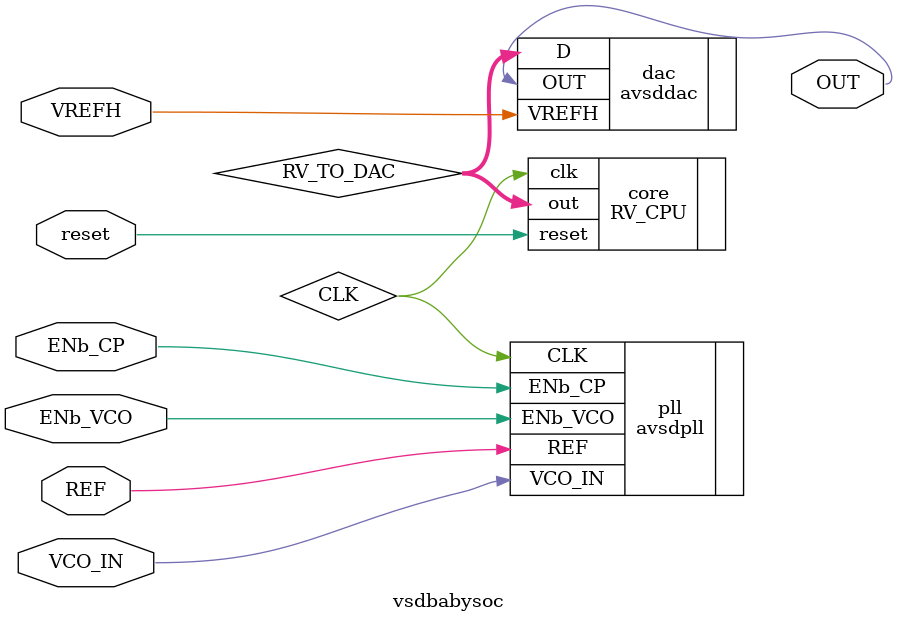
<source format=v>
module vsdbabysoc (
   output wire OUT,
   //
   input  wire reset,
   //
   input  wire VCO_IN,
   input  wire ENb_CP,
   input  wire ENb_VCO,
   input  wire REF,
   //
   // input  wire VREFL,
   input  wire VREFH
);

   wire CLK;
   wire [9:0] RV_TO_DAC;

   RV_CPU core (
      .out(RV_TO_DAC),
      .clk(CLK),
      .reset(reset)
   );

   avsdpll pll (
      .CLK(CLK),
      .VCO_IN(VCO_IN),
      .ENb_CP(ENb_CP),
      .ENb_VCO(ENb_VCO),
      .REF(REF)
   );

   avsddac dac (
      .OUT(OUT),
      .D(RV_TO_DAC),
      // .VREFL(VREFL),
      .VREFH(VREFH)
   );
   
endmodule
</source>
